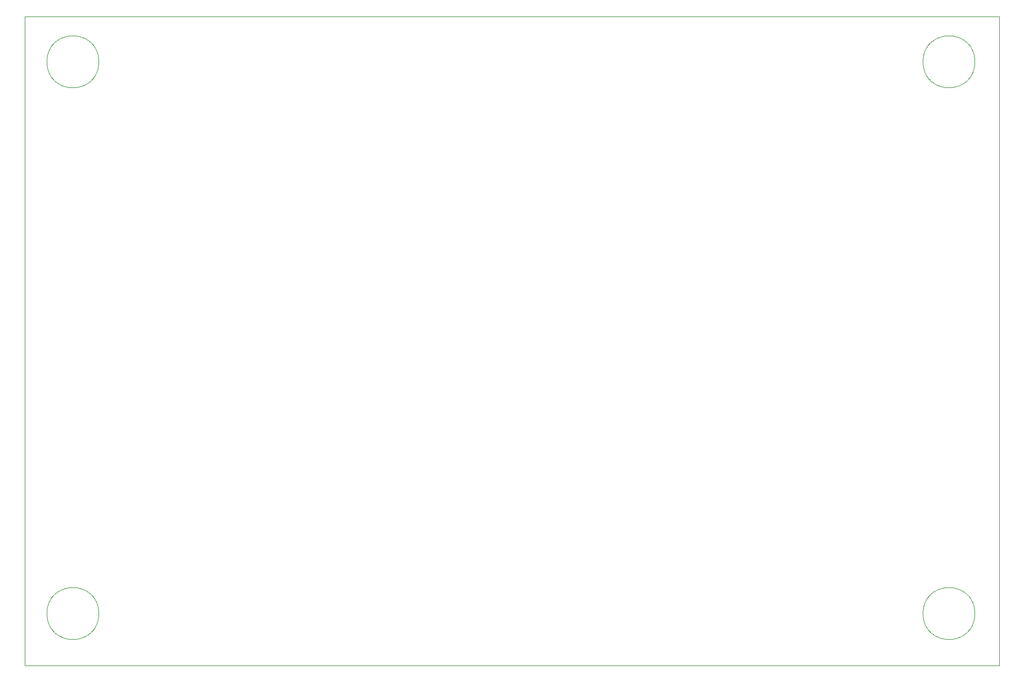
<source format=gm1>
%TF.GenerationSoftware,KiCad,Pcbnew,5.1.10*%
%TF.CreationDate,2021-10-31T13:45:51+01:00*%
%TF.ProjectId,binaryclock,62696e61-7279-4636-9c6f-636b2e6b6963,rev?*%
%TF.SameCoordinates,Original*%
%TF.FileFunction,Profile,NP*%
%FSLAX46Y46*%
G04 Gerber Fmt 4.6, Leading zero omitted, Abs format (unit mm)*
G04 Created by KiCad (PCBNEW 5.1.10) date 2021-10-31 13:45:51*
%MOMM*%
%LPD*%
G01*
G04 APERTURE LIST*
%TA.AperFunction,Profile*%
%ADD10C,0.050000*%
%TD*%
G04 APERTURE END LIST*
D10*
X181800000Y-125000000D02*
G75*
G03*
X181800000Y-125000000I-4000000J0D01*
G01*
X181800000Y-40000000D02*
G75*
G03*
X181800000Y-40000000I-4000000J0D01*
G01*
X47000000Y-40000000D02*
G75*
G03*
X47000000Y-40000000I-4000000J0D01*
G01*
X47000000Y-125000000D02*
G75*
G03*
X47000000Y-125000000I-4000000J0D01*
G01*
X185560000Y-33020000D02*
X185560000Y-133020000D01*
X35560000Y-133020000D02*
X185560000Y-133020000D01*
X35560000Y-33020000D02*
X35560000Y-133020000D01*
X35560000Y-33020000D02*
X185560000Y-33020000D01*
M02*

</source>
